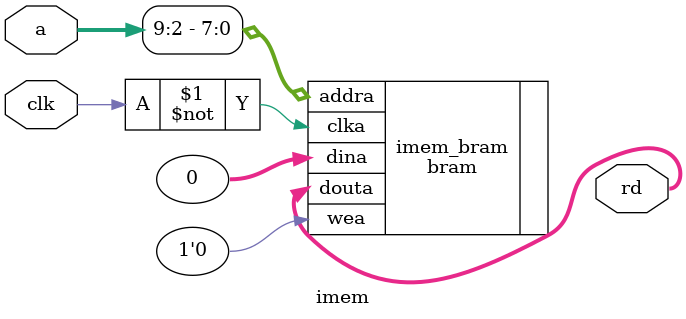
<source format=v>
module imem (
	clk,

	a,
	rd
);
	input clk;
	// memory position to access/index
	input wire [31:0] a;
	// read data reg
	output wire [31:0] rd;

	bram imem_bram (
		.clka(~clk),    // input wire clka
		.wea(1'b0),     // input wire [0 : 0] wea
		.addra(a[9:2]), // input wire [7 : 0] addra
		.dina(32'b0),   // input wire [31 : 0] dina
		.douta(rd)  	// output wire [31 : 0] douta
	);

endmodule

</source>
